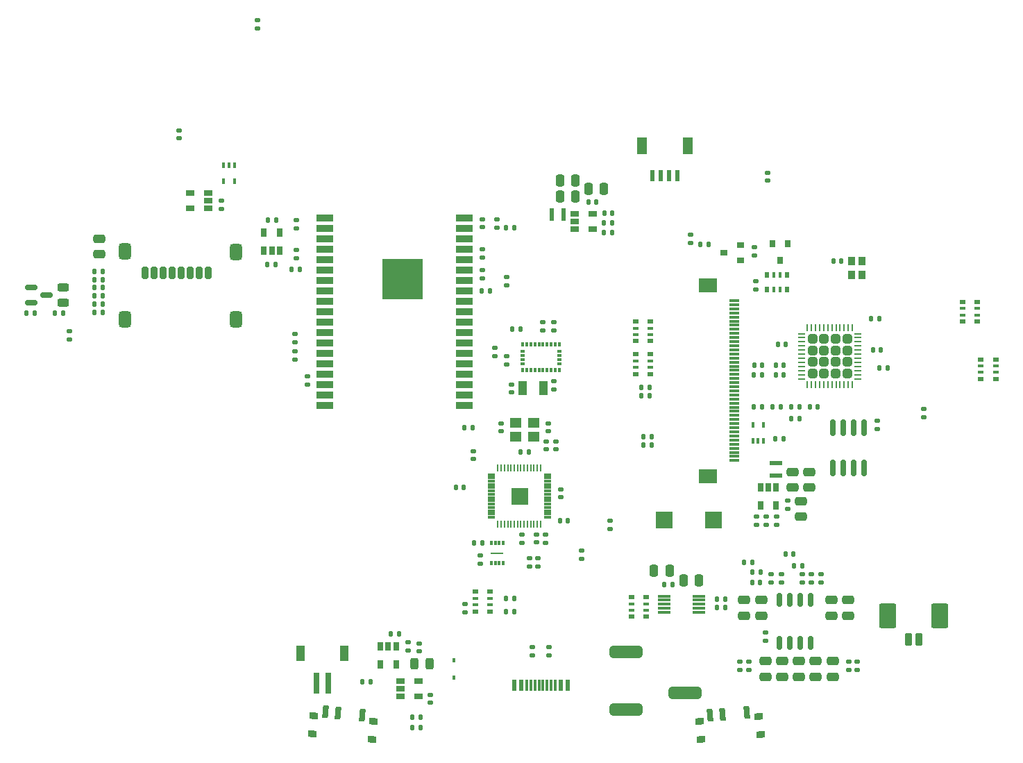
<source format=gbp>
G04 #@! TF.GenerationSoftware,KiCad,Pcbnew,(6.0.4)*
G04 #@! TF.CreationDate,2022-04-24T21:12:33+02:00*
G04 #@! TF.ProjectId,mch2022,6d636832-3032-4322-9e6b-696361645f70,Final*
G04 #@! TF.SameCoordinates,Original*
G04 #@! TF.FileFunction,Paste,Bot*
G04 #@! TF.FilePolarity,Positive*
%FSLAX46Y46*%
G04 Gerber Fmt 4.6, Leading zero omitted, Abs format (unit mm)*
G04 Created by KiCad (PCBNEW (6.0.4)) date 2022-04-24 21:12:33*
%MOMM*%
%LPD*%
G01*
G04 APERTURE LIST*
G04 Aperture macros list*
%AMRoundRect*
0 Rectangle with rounded corners*
0 $1 Rounding radius*
0 $2 $3 $4 $5 $6 $7 $8 $9 X,Y pos of 4 corners*
0 Add a 4 corners polygon primitive as box body*
4,1,4,$2,$3,$4,$5,$6,$7,$8,$9,$2,$3,0*
0 Add four circle primitives for the rounded corners*
1,1,$1+$1,$2,$3*
1,1,$1+$1,$4,$5*
1,1,$1+$1,$6,$7*
1,1,$1+$1,$8,$9*
0 Add four rect primitives between the rounded corners*
20,1,$1+$1,$2,$3,$4,$5,0*
20,1,$1+$1,$4,$5,$6,$7,0*
20,1,$1+$1,$6,$7,$8,$9,0*
20,1,$1+$1,$8,$9,$2,$3,0*%
%AMRotRect*
0 Rectangle, with rotation*
0 The origin of the aperture is its center*
0 $1 length*
0 $2 width*
0 $3 Rotation angle, in degrees counterclockwise*
0 Add horizontal line*
21,1,$1,$2,0,0,$3*%
G04 Aperture macros list end*
%ADD10C,0.010000*%
%ADD11RoundRect,0.135000X-0.135000X-0.185000X0.135000X-0.185000X0.135000X0.185000X-0.135000X0.185000X0*%
%ADD12RoundRect,0.140000X-0.140000X-0.170000X0.140000X-0.170000X0.140000X0.170000X-0.140000X0.170000X0*%
%ADD13RoundRect,0.135000X0.185000X-0.135000X0.185000X0.135000X-0.185000X0.135000X-0.185000X-0.135000X0*%
%ADD14RoundRect,0.140000X0.140000X0.170000X-0.140000X0.170000X-0.140000X-0.170000X0.140000X-0.170000X0*%
%ADD15R,0.900000X0.800000*%
%ADD16R,0.800000X0.900000*%
%ADD17R,0.800000X0.500000*%
%ADD18R,0.800000X0.400000*%
%ADD19RoundRect,0.375000X1.625000X0.375000X-1.625000X0.375000X-1.625000X-0.375000X1.625000X-0.375000X0*%
%ADD20R,1.300000X0.300000*%
%ADD21R,2.200000X1.800000*%
%ADD22RoundRect,0.135000X0.135000X0.185000X-0.135000X0.185000X-0.135000X-0.185000X0.135000X-0.185000X0*%
%ADD23R,0.400000X0.650000*%
%ADD24RoundRect,0.250000X0.315000X0.315000X-0.315000X0.315000X-0.315000X-0.315000X0.315000X-0.315000X0*%
%ADD25RoundRect,0.062500X0.375000X0.062500X-0.375000X0.062500X-0.375000X-0.062500X0.375000X-0.062500X0*%
%ADD26RoundRect,0.062500X0.062500X0.375000X-0.062500X0.375000X-0.062500X-0.375000X0.062500X-0.375000X0*%
%ADD27RoundRect,0.140000X-0.170000X0.140000X-0.170000X-0.140000X0.170000X-0.140000X0.170000X0.140000X0*%
%ADD28RoundRect,0.140000X0.170000X-0.140000X0.170000X0.140000X-0.170000X0.140000X-0.170000X-0.140000X0*%
%ADD29R,0.450000X0.600000*%
%ADD30RoundRect,0.135000X-0.185000X0.135000X-0.185000X-0.135000X0.185000X-0.135000X0.185000X0.135000X0*%
%ADD31RoundRect,0.243750X-0.243750X-0.456250X0.243750X-0.456250X0.243750X0.456250X-0.243750X0.456250X0*%
%ADD32R,1.000000X1.800000*%
%ADD33R,0.300000X0.500000*%
%ADD34R,0.500000X0.300000*%
%ADD35R,1.060000X0.650000*%
%ADD36RotRect,1.000000X0.800000X175.000000*%
%ADD37RotRect,0.700000X1.500000X175.000000*%
%ADD38R,0.650000X1.060000*%
%ADD39RoundRect,0.250000X-0.475000X0.250000X-0.475000X-0.250000X0.475000X-0.250000X0.475000X0.250000X0*%
%ADD40R,0.500000X0.800000*%
%ADD41R,0.400000X0.800000*%
%ADD42RoundRect,0.150000X0.150000X-0.825000X0.150000X0.825000X-0.150000X0.825000X-0.150000X-0.825000X0*%
%ADD43R,1.400000X1.200000*%
%ADD44RoundRect,0.250000X-0.250000X-0.475000X0.250000X-0.475000X0.250000X0.475000X-0.250000X0.475000X0*%
%ADD45RoundRect,0.021000X-0.729000X-0.129000X0.729000X-0.129000X0.729000X0.129000X-0.729000X0.129000X0*%
%ADD46RoundRect,0.137500X-0.137500X-0.662500X0.137500X-0.662500X0.137500X0.662500X-0.137500X0.662500X0*%
%ADD47RoundRect,0.250000X0.250000X0.475000X-0.250000X0.475000X-0.250000X-0.475000X0.250000X-0.475000X0*%
%ADD48RoundRect,0.137500X-0.662500X0.137500X-0.662500X-0.137500X0.662500X-0.137500X0.662500X0.137500X0*%
%ADD49RoundRect,0.250000X0.475000X-0.250000X0.475000X0.250000X-0.475000X0.250000X-0.475000X-0.250000X0*%
%ADD50RoundRect,0.200000X-0.200000X-0.550000X0.200000X-0.550000X0.200000X0.550000X-0.200000X0.550000X0*%
%ADD51RoundRect,0.375000X-0.375000X-0.625000X0.375000X-0.625000X0.375000X0.625000X-0.375000X0.625000X0*%
%ADD52RoundRect,0.006000X-0.414000X-0.094000X0.414000X-0.094000X0.414000X0.094000X-0.414000X0.094000X0*%
%ADD53RoundRect,0.020000X-0.080000X-0.400000X0.080000X-0.400000X0.080000X0.400000X-0.080000X0.400000X0*%
%ADD54R,2.000000X0.900000*%
%ADD55R,5.000000X5.000000*%
%ADD56R,0.350000X0.490000*%
%ADD57R,1.600000X0.200000*%
%ADD58R,0.900000X1.100000*%
%ADD59R,0.599440X1.348740*%
%ADD60R,1.198880X1.998980*%
%ADD61R,2.000000X2.000000*%
%ADD62R,0.700000X2.500000*%
%ADD63R,1.100000X1.900000*%
%ADD64RoundRect,0.150000X0.150000X-0.675000X0.150000X0.675000X-0.150000X0.675000X-0.150000X-0.675000X0*%
%ADD65RoundRect,0.200000X-0.200000X-0.600000X0.200000X-0.600000X0.200000X0.600000X-0.200000X0.600000X0*%
%ADD66RoundRect,0.250001X-0.799999X-1.249999X0.799999X-1.249999X0.799999X1.249999X-0.799999X1.249999X0*%
%ADD67RoundRect,0.150000X-0.587500X-0.150000X0.587500X-0.150000X0.587500X0.150000X-0.587500X0.150000X0*%
%ADD68RoundRect,0.243750X-0.456250X0.243750X-0.456250X-0.243750X0.456250X-0.243750X0.456250X0.243750X0*%
%ADD69RotRect,1.000000X0.800000X185.000000*%
%ADD70RotRect,0.700000X1.500000X185.000000*%
%ADD71R,0.600000X1.450000*%
%ADD72R,0.300000X1.450000*%
G04 APERTURE END LIST*
G36*
X-1676780Y-17865780D02*
G01*
X-3636780Y-17865780D01*
X-3636780Y-15905780D01*
X-1676780Y-15905780D01*
X-1676780Y-17865780D01*
G37*
D10*
X-1676780Y-17865780D02*
X-3636780Y-17865780D01*
X-3636780Y-15905780D01*
X-1676780Y-15905780D01*
X-1676780Y-17865780D01*
D11*
X25990000Y-2140000D03*
X27010000Y-2140000D03*
D12*
X26020000Y-975000D03*
X26980000Y-975000D03*
D13*
X46680000Y-7285000D03*
X46680000Y-6265000D03*
D14*
X29230000Y-6000000D03*
X28270000Y-6000000D03*
D15*
X24336300Y13713500D03*
X24336300Y11813500D03*
X22336300Y12763500D03*
D14*
X29888120Y1600200D03*
X28928120Y1600200D03*
D16*
X28240900Y13849860D03*
X30140900Y13849860D03*
X29190900Y11849860D03*
D17*
X11558700Y1977540D03*
D18*
X11558700Y2777540D03*
X11558700Y3577540D03*
D17*
X11558700Y4377540D03*
X13358700Y4377540D03*
D18*
X13358700Y3577540D03*
X13358700Y2777540D03*
D17*
X13358700Y1977540D03*
D11*
X41285000Y-1290000D03*
X42305000Y-1290000D03*
D17*
X11558700Y-2016460D03*
D18*
X11558700Y-1216460D03*
X11558700Y-416460D03*
D17*
X11558700Y383540D03*
X13358700Y383540D03*
D18*
X13358700Y-416460D03*
X13358700Y-1216460D03*
D17*
X13358700Y-2016460D03*
D13*
X18230000Y13965000D03*
X18230000Y14985000D03*
D19*
X17600000Y-40900000D03*
X10400000Y-42900000D03*
X10400000Y-35900000D03*
D20*
X23621040Y-12574560D03*
X23621040Y-12074560D03*
X23621040Y-11574560D03*
X23621040Y-11074560D03*
X23621040Y-10574560D03*
X23621040Y-10074560D03*
X23621040Y-9574560D03*
X23621040Y-9074560D03*
X23621040Y-8574560D03*
X23621040Y-8074560D03*
X23621040Y-7574560D03*
X23621040Y-7074560D03*
X23621040Y-6574560D03*
X23621040Y-6074560D03*
X23621040Y-5574560D03*
X23621040Y-5074560D03*
X23621040Y-4574560D03*
X23621040Y-4074560D03*
X23621040Y-3574560D03*
X23621040Y-3074560D03*
X23621040Y-2574560D03*
X23621040Y-2074560D03*
X23621040Y-1574560D03*
X23621040Y-1074560D03*
X23621040Y-574560D03*
X23621040Y-74560D03*
X23621040Y425440D03*
X23621040Y925440D03*
X23621040Y1425440D03*
X23621040Y1925440D03*
X23621040Y2425440D03*
X23621040Y2925440D03*
X23621040Y3425440D03*
X23621040Y3925440D03*
X23621040Y4425440D03*
X23621040Y4925440D03*
X23621040Y5425440D03*
X23621040Y5925440D03*
X23621040Y6425440D03*
X23621040Y6925440D03*
D21*
X20371040Y8825440D03*
X20371040Y-14474560D03*
D17*
X53198660Y6790680D03*
D18*
X53198660Y5990680D03*
X53198660Y5190680D03*
D17*
X53198660Y4390680D03*
X51398660Y4390680D03*
D18*
X51398660Y5190680D03*
X51398660Y5990680D03*
D17*
X51398660Y6790680D03*
X55470000Y-230000D03*
D18*
X55470000Y-1030000D03*
X55470000Y-1830000D03*
D17*
X55470000Y-2630000D03*
X53670000Y-2630000D03*
D18*
X53670000Y-1830000D03*
X53670000Y-1030000D03*
D17*
X53670000Y-230000D03*
D11*
X30490000Y-7500000D03*
X31510000Y-7500000D03*
D22*
X13515000Y-10650000D03*
X12495000Y-10650000D03*
D11*
X30490000Y-6000000D03*
X31510000Y-6000000D03*
X19391040Y13827760D03*
X20411040Y13827760D03*
D22*
X-6221000Y8128000D03*
X-7241000Y8128000D03*
D13*
X26031520Y12417940D03*
X26031520Y13437940D03*
D11*
X25990000Y-6000000D03*
X27010000Y-6000000D03*
D23*
X27135800Y-10139720D03*
X26485800Y-10139720D03*
X25835800Y-10139720D03*
X25835800Y-8239720D03*
X27135800Y-8239720D03*
D12*
X40291400Y4704080D03*
X41251400Y4704080D03*
D24*
X34541040Y-546560D03*
X35941040Y-1946560D03*
X37341040Y2253440D03*
X33141040Y853440D03*
X34541040Y853440D03*
X35941040Y2253440D03*
X33141040Y-546560D03*
X37341040Y-1946560D03*
X37341040Y-546560D03*
X33141040Y2253440D03*
X35941040Y853440D03*
X34541040Y-1946560D03*
X35941040Y-546560D03*
X37341040Y853440D03*
X33141040Y-1946560D03*
X34541040Y2253440D03*
D25*
X38678540Y2903440D03*
X38678540Y2403440D03*
X38678540Y1903440D03*
X38678540Y1403440D03*
X38678540Y903440D03*
X38678540Y403440D03*
X38678540Y-96560D03*
X38678540Y-596560D03*
X38678540Y-1096560D03*
X38678540Y-1596560D03*
X38678540Y-2096560D03*
X38678540Y-2596560D03*
D26*
X37991040Y-3284060D03*
X37491040Y-3284060D03*
X36991040Y-3284060D03*
X36491040Y-3284060D03*
X35991040Y-3284060D03*
X35491040Y-3284060D03*
X34991040Y-3284060D03*
X34491040Y-3284060D03*
X33991040Y-3284060D03*
X33491040Y-3284060D03*
X32991040Y-3284060D03*
X32491040Y-3284060D03*
D25*
X31803540Y-2596560D03*
X31803540Y-2096560D03*
X31803540Y-1596560D03*
X31803540Y-1096560D03*
X31803540Y-596560D03*
X31803540Y-96560D03*
X31803540Y403440D03*
X31803540Y903440D03*
X31803540Y1403440D03*
X31803540Y1903440D03*
X31803540Y2403440D03*
X31803540Y2903440D03*
D26*
X32491040Y3590940D03*
X32991040Y3590940D03*
X33491040Y3590940D03*
X33991040Y3590940D03*
X34491040Y3590940D03*
X34991040Y3590940D03*
X35491040Y3590940D03*
X35991040Y3590940D03*
X36491040Y3590940D03*
X36991040Y3590940D03*
X37491040Y3590940D03*
X37991040Y3590940D03*
D14*
X29580000Y-975000D03*
X28620000Y-975000D03*
D27*
X-4168140Y117820D03*
X-4168140Y-842180D03*
D14*
X-2520000Y3500000D03*
X-3480000Y3500000D03*
D28*
X-3590000Y-4275000D03*
X-3590000Y-3315000D03*
X1597720Y-3893620D03*
X1597720Y-2933620D03*
D27*
X27620000Y22520000D03*
X27620000Y21560000D03*
D29*
X-10650000Y-36923000D03*
X-10650000Y-39023000D03*
D22*
X-32300000Y16740000D03*
X-33320000Y16740000D03*
D30*
X-16200000Y-34705000D03*
X-16200000Y-35725000D03*
X210000Y4315000D03*
X210000Y3295000D03*
D13*
X-5600000Y145000D03*
X-5600000Y1165000D03*
D30*
X1560000Y4320000D03*
X1560000Y3300000D03*
D23*
X-38716980Y23429000D03*
X-38066980Y23429000D03*
X-37416980Y23429000D03*
X-37416980Y21529000D03*
X-38716980Y21529000D03*
D12*
X-4245000Y15840000D03*
X-3285000Y15840000D03*
D31*
X-15485000Y-37320000D03*
X-13610000Y-37320000D03*
D32*
X270000Y-3700640D03*
X-2230000Y-3700640D03*
D33*
X-2250000Y-1562500D03*
D34*
X-2262500Y-750000D03*
X-2262500Y-250000D03*
X-2262500Y250000D03*
X-2262500Y750000D03*
D33*
X-2250000Y1562500D03*
X-1750000Y1562500D03*
X-1250000Y1562500D03*
X-750000Y1562500D03*
X-250000Y1562500D03*
X250000Y1562500D03*
X750000Y1562500D03*
X1250000Y1562500D03*
X1750000Y1562500D03*
X2250000Y1562500D03*
D34*
X2262500Y750000D03*
X2262500Y250000D03*
X2262500Y-250000D03*
X2262500Y-750000D03*
D33*
X2250000Y-1562500D03*
X1750000Y-1562500D03*
X1250000Y-1562500D03*
X750000Y-1562500D03*
X250000Y-1562500D03*
X-250000Y-1562500D03*
X-750000Y-1562500D03*
X-1250000Y-1562500D03*
X-1750000Y-1562500D03*
D30*
X-5394720Y16842200D03*
X-5394720Y15822200D03*
X-4200000Y9835000D03*
X-4200000Y8815000D03*
D28*
X-7121920Y15877600D03*
X-7121920Y16837600D03*
D30*
X-7187960Y13235400D03*
X-7187960Y12215400D03*
D11*
X-30445000Y10755000D03*
X-29425000Y10755000D03*
D28*
X-29880320Y15776000D03*
X-29880320Y16736000D03*
D13*
X-30009720Y-248400D03*
X-30009720Y771600D03*
D30*
X-28510520Y-2291600D03*
X-28510520Y-3311600D03*
X-29880320Y13133800D03*
X-29880320Y12113800D03*
D35*
X-17150000Y-41370000D03*
X-17150000Y-40420000D03*
X-17150000Y-39470000D03*
X-14950000Y-39470000D03*
X-14950000Y-41370000D03*
D11*
X-15710000Y-43850000D03*
X-14690000Y-43850000D03*
D36*
X-27698129Y-43735850D03*
X-27890743Y-45937440D03*
X-20618522Y-46573677D03*
X-20425908Y-44372087D03*
D37*
X-21763929Y-43602542D03*
X-24752513Y-43341075D03*
X-26246805Y-43210341D03*
D27*
X-14880000Y-34865000D03*
X-14880000Y-35825000D03*
D38*
X-31896860Y13061800D03*
X-32846860Y13061800D03*
X-33796860Y13061800D03*
X-33796860Y15261800D03*
X-31896860Y15261800D03*
D22*
X-32413060Y11329700D03*
X-33433060Y11329700D03*
D39*
X-53868320Y14462800D03*
X-53868320Y12562800D03*
D11*
X12263520Y-3637280D03*
X13283520Y-3637280D03*
D13*
X-38950900Y18141220D03*
X-38950900Y19161220D03*
D30*
X1016000Y-35304000D03*
X1016000Y-36324000D03*
D28*
X-44150000Y26750000D03*
X-44150000Y27710000D03*
D30*
X-1016000Y-35304000D03*
X-1016000Y-36324000D03*
X26220420Y9267920D03*
X26220420Y8247920D03*
D14*
X33730000Y-6000000D03*
X32770000Y-6000000D03*
D40*
X29990900Y8271940D03*
D41*
X29190900Y8271940D03*
X28390900Y8271940D03*
D40*
X27590900Y8271940D03*
X27590900Y10071940D03*
D41*
X28390900Y10071940D03*
X29190900Y10071940D03*
D40*
X29990900Y10071940D03*
D14*
X29580000Y-2140000D03*
X28620000Y-2140000D03*
D42*
X39405000Y-13475000D03*
X38135000Y-13475000D03*
X36865000Y-13475000D03*
X35595000Y-13475000D03*
X35595000Y-8525000D03*
X36865000Y-8525000D03*
X38135000Y-8525000D03*
X39405000Y-8525000D03*
D30*
X41000000Y-7740000D03*
X41000000Y-8760000D03*
D13*
X8390000Y-20935000D03*
X8390000Y-19915000D03*
D28*
X31877200Y-27406000D03*
X31877200Y-26446000D03*
X850000Y-8985000D03*
X850000Y-8025000D03*
D43*
X-3120000Y-7980000D03*
X-920000Y-7980000D03*
X-920000Y-9680000D03*
X-3120000Y-9680000D03*
D27*
X-4900000Y-8060000D03*
X-4900000Y-9020000D03*
D28*
X-7366000Y-25118000D03*
X-7366000Y-24158000D03*
D14*
X-9426000Y-15875000D03*
X-10386000Y-15875000D03*
D13*
X4968240Y-24579040D03*
X4968240Y-23559040D03*
D44*
X13782000Y-26035000D03*
X15682000Y-26035000D03*
D12*
X15070000Y-27686000D03*
X16030000Y-27686000D03*
X21491000Y-30480000D03*
X22451000Y-30480000D03*
D45*
X15040000Y-31099000D03*
X15040000Y-30599000D03*
X15040000Y-30099000D03*
X15040000Y-29599000D03*
X15040000Y-29099000D03*
X19250000Y-29099000D03*
X19250000Y-29599000D03*
X19250000Y-30099000D03*
X19250000Y-30599000D03*
X19250000Y-31099000D03*
D12*
X21491000Y-29464000D03*
X22451000Y-29464000D03*
D13*
X27507200Y-20410000D03*
X27507200Y-19390000D03*
D28*
X28707200Y-20380000D03*
X28707200Y-19420000D03*
D30*
X26307200Y-19390000D03*
X26307200Y-20410000D03*
D35*
X-40631900Y20091560D03*
X-40631900Y19141560D03*
X-40631900Y18191560D03*
X-42831900Y18191560D03*
X-42831900Y20091560D03*
D22*
X8710000Y16390100D03*
X7690000Y16390100D03*
D46*
X1275000Y17455000D03*
X2725000Y17455000D03*
D14*
X8680000Y17590100D03*
X7720000Y17590100D03*
X6727980Y18930000D03*
X5767980Y18930000D03*
D44*
X2297980Y21590100D03*
X4197980Y21590100D03*
D47*
X7662500Y20574000D03*
X5762500Y20574000D03*
D44*
X2297980Y19590100D03*
X4197980Y19590100D03*
D11*
X7690000Y15190100D03*
X8710000Y15190100D03*
D35*
X4147980Y15640100D03*
X4147980Y16590100D03*
X4147980Y17540100D03*
X6347980Y17540100D03*
X6347980Y15640100D03*
D11*
X-9379620Y-8550000D03*
X-8359620Y-8550000D03*
D38*
X-19590000Y-35210000D03*
X-18640000Y-35210000D03*
X-17690000Y-35210000D03*
X-17690000Y-37410000D03*
X-19590000Y-37410000D03*
D11*
X-18315000Y-33710000D03*
X-17295000Y-33710000D03*
D22*
X-20741620Y-39542580D03*
X-21761620Y-39542580D03*
D30*
X-30000000Y2875000D03*
X-30000000Y1855000D03*
D27*
X-34544000Y41120000D03*
X-34544000Y40160000D03*
D12*
X40520000Y903440D03*
X41480000Y903440D03*
D47*
X19261500Y-27178000D03*
X17361500Y-27178000D03*
D39*
X30707200Y-13955360D03*
X30707200Y-15855360D03*
D38*
X26757200Y-15805360D03*
X27707200Y-15805360D03*
X28657200Y-15805360D03*
X28657200Y-18005360D03*
X26757200Y-18005360D03*
D48*
X28625000Y-12920000D03*
X28625000Y-14370000D03*
D49*
X31750000Y-19407500D03*
X31750000Y-17507500D03*
D39*
X32707200Y-13955360D03*
X32707200Y-15855360D03*
D28*
X30075000Y-18440000D03*
X30075000Y-17480000D03*
X-13462000Y-42090000D03*
X-13462000Y-41130000D03*
D50*
X-40636860Y10337140D03*
X-41736860Y10337140D03*
X-42836860Y10337140D03*
X-43936860Y10337140D03*
X-45036860Y10337140D03*
X-46136860Y10337140D03*
X-47236860Y10337140D03*
X-48336860Y10337140D03*
D51*
X-37186860Y12887140D03*
X-50786860Y4637140D03*
X-50786860Y12937140D03*
X-37186860Y4637140D03*
D11*
X-54510000Y10500000D03*
X-53490000Y10500000D03*
X-54510000Y9500000D03*
X-53490000Y9500000D03*
X-54510000Y8500000D03*
X-53490000Y8500000D03*
X-54510000Y7500000D03*
X-53490000Y7500000D03*
X-54510000Y6500000D03*
X-53490000Y6500000D03*
X-54510000Y5500000D03*
X-53490000Y5500000D03*
D13*
X-381000Y-25529000D03*
X-381000Y-24509000D03*
D30*
X-1397000Y-24509000D03*
X-1397000Y-25529000D03*
D27*
X-563820Y-21610240D03*
X-563820Y-22570240D03*
X-2286000Y-21620460D03*
X-2286000Y-22580460D03*
D12*
X2314060Y-19936320D03*
X3274060Y-19936320D03*
D27*
X2395280Y-16093360D03*
X2395280Y-17053360D03*
X528380Y-21622940D03*
X528380Y-22582940D03*
D28*
X678180Y-11224200D03*
X678180Y-10264200D03*
D22*
X-7110000Y-22606000D03*
X-8130000Y-22606000D03*
D52*
X-6091780Y-19485780D03*
X-6091780Y-19085780D03*
X-6091780Y-18685780D03*
X-6091780Y-18285780D03*
X-6091780Y-17885780D03*
X-6091780Y-17485780D03*
X-6091780Y-17085780D03*
X-6091780Y-16685780D03*
X-6091780Y-16285780D03*
X-6091780Y-15885780D03*
X-6091780Y-15485780D03*
X-6091780Y-15085780D03*
X-6091780Y-14685780D03*
X-6091780Y-14285780D03*
D53*
X-5256780Y-13450780D03*
X-4856780Y-13450780D03*
X-4456780Y-13450780D03*
X-4056780Y-13450780D03*
X-3656780Y-13450780D03*
X-3256780Y-13450780D03*
X-2856780Y-13450780D03*
X-2456780Y-13450780D03*
X-2056780Y-13450780D03*
X-1656780Y-13450780D03*
X-1256780Y-13450780D03*
X-856780Y-13450780D03*
X-456780Y-13450780D03*
X-56780Y-13450780D03*
D52*
X778220Y-14285780D03*
X778220Y-14685780D03*
X778220Y-15085780D03*
X778220Y-15485780D03*
X778220Y-15885780D03*
X778220Y-16285780D03*
X778220Y-16685780D03*
X778220Y-17085780D03*
X778220Y-17485780D03*
X778220Y-17885780D03*
X778220Y-18285780D03*
X778220Y-18685780D03*
X778220Y-19085780D03*
X778220Y-19485780D03*
D53*
X-56780Y-20320780D03*
X-456780Y-20320780D03*
X-856780Y-20320780D03*
X-1256780Y-20320780D03*
X-1656780Y-20320780D03*
X-2056780Y-20320780D03*
X-2456780Y-20320780D03*
X-2856780Y-20320780D03*
X-3256780Y-20320780D03*
X-3656780Y-20320780D03*
X-4056780Y-20320780D03*
X-4456780Y-20320780D03*
X-4856780Y-20320780D03*
X-5256780Y-20320780D03*
D54*
X-9378920Y17020000D03*
X-9378920Y15750000D03*
X-9378920Y14480000D03*
X-9378920Y13210000D03*
X-9378920Y11940000D03*
X-9378920Y10670000D03*
X-9378920Y9400000D03*
X-9378920Y8130000D03*
X-9378920Y6860000D03*
X-9378920Y5590000D03*
X-9378920Y4320000D03*
X-9378920Y3050000D03*
X-9378920Y1780000D03*
X-9378920Y510000D03*
X-9378920Y-735000D03*
X-9378920Y-2005000D03*
X-9378920Y-3275000D03*
X-9378920Y-4545000D03*
X-9378920Y-5815000D03*
X-26378920Y-5815000D03*
X-26378920Y-4545000D03*
X-26378920Y-3275000D03*
X-26378920Y-2005000D03*
X-26378920Y-735000D03*
X-26378920Y510000D03*
X-26378920Y1780000D03*
X-26378920Y3050000D03*
X-26378920Y4320000D03*
X-26378920Y5590000D03*
X-26378920Y6860000D03*
X-26378920Y8130000D03*
X-26378920Y9400000D03*
X-26378920Y10670000D03*
X-26378920Y11940000D03*
X-26378920Y13210000D03*
X-26378920Y14480000D03*
X-26378920Y15750000D03*
X-26378920Y17020000D03*
D55*
X-16878920Y9520000D03*
D56*
X-6084000Y-22656000D03*
X-5584000Y-22656000D03*
X-5084000Y-22656000D03*
X-4584000Y-22656000D03*
X-4584000Y-25096000D03*
X-5084000Y-25096000D03*
X-5584000Y-25096000D03*
X-6084000Y-25096000D03*
D57*
X-5334000Y-23876000D03*
D28*
X-8277860Y-12374820D03*
X-8277860Y-11414820D03*
D14*
X36634360Y11785600D03*
X35674360Y11785600D03*
D58*
X39197040Y11784700D03*
X39197040Y10084700D03*
X37897040Y10084700D03*
X37897040Y11784700D03*
D28*
X1846580Y-11219120D03*
X1846580Y-10259120D03*
D22*
X-1499140Y-11536680D03*
X-2519140Y-11536680D03*
X-14690000Y-45100000D03*
X-15710000Y-45100000D03*
X-58303500Y5390000D03*
X-59323500Y5390000D03*
D49*
X27432000Y-38950000D03*
X27432000Y-37050000D03*
D30*
X34163000Y-26414000D03*
X34163000Y-27434000D03*
D59*
X13614400Y22150000D03*
X14615160Y22150000D03*
X15610840Y22150000D03*
X16611600Y22150000D03*
D60*
X12313920Y25822840D03*
X17912080Y25822840D03*
D61*
X21034000Y-19812000D03*
X15034000Y-19812000D03*
D30*
X33020000Y-26414000D03*
X33020000Y-27434000D03*
D13*
X38608000Y-38102000D03*
X38608000Y-37082000D03*
D49*
X37490400Y-31480800D03*
X37490400Y-29580800D03*
D17*
X-8023000Y-30975000D03*
D18*
X-8023000Y-30175000D03*
X-8023000Y-29375000D03*
D17*
X-8023000Y-28575000D03*
X-6223000Y-28575000D03*
D18*
X-6223000Y-29375000D03*
X-6223000Y-30175000D03*
D17*
X-6223000Y-30975000D03*
D62*
X-27420000Y-39683500D03*
X-25920000Y-39683500D03*
D63*
X-23970000Y-36083500D03*
X-29370000Y-36083500D03*
D11*
X30859000Y-25400000D03*
X31879000Y-25400000D03*
X12263520Y-4699000D03*
X13283520Y-4699000D03*
D49*
X33528000Y-38950000D03*
X33528000Y-37050000D03*
D22*
X13515000Y-9652000D03*
X12495000Y-9652000D03*
D12*
X-4253000Y-30975000D03*
X-3293000Y-30975000D03*
X24793000Y-25019000D03*
X25753000Y-25019000D03*
D64*
X32893000Y-34832200D03*
X31623000Y-34832200D03*
X30353000Y-34832200D03*
X29083000Y-34832200D03*
X29083000Y-29582200D03*
X30353000Y-29582200D03*
X31623000Y-29582200D03*
X32893000Y-29582200D03*
D49*
X31496000Y-38950000D03*
X31496000Y-37050000D03*
D30*
X28067000Y-26414000D03*
X28067000Y-27434000D03*
D12*
X-4253000Y-29375000D03*
X-3293000Y-29375000D03*
D27*
X37550000Y-37112000D03*
X37550000Y-38072000D03*
D13*
X-57531000Y2155000D03*
X-57531000Y3175000D03*
D39*
X35600000Y-37050000D03*
X35600000Y-38950000D03*
D17*
X12819890Y-29230000D03*
D18*
X12819890Y-30030000D03*
X12819890Y-30830000D03*
D17*
X12819890Y-31630000D03*
X11019890Y-31630000D03*
D18*
X11019890Y-30830000D03*
X11019890Y-30030000D03*
D17*
X11019890Y-29230000D03*
D30*
X29337000Y-26414000D03*
X29337000Y-27434000D03*
D28*
X-9271000Y-31055000D03*
X-9271000Y-30095000D03*
D12*
X25779000Y-27432000D03*
X26739000Y-27432000D03*
D65*
X44841000Y-34400000D03*
X46091000Y-34400000D03*
D66*
X42291000Y-31500000D03*
X48641000Y-31500000D03*
D67*
X-62200000Y6670000D03*
X-62200000Y8570000D03*
X-60325000Y7620000D03*
D28*
X27432000Y-34516000D03*
X27432000Y-33556000D03*
D13*
X25400000Y-38102000D03*
X25400000Y-37082000D03*
D22*
X29593000Y-9906000D03*
X28573000Y-9906000D03*
D68*
X-58262500Y8557500D03*
X-58262500Y6682500D03*
D11*
X25779000Y-26162000D03*
X26799000Y-26162000D03*
D22*
X-61732500Y5390000D03*
X-62752500Y5390000D03*
D39*
X29464000Y-37050000D03*
X29464000Y-38950000D03*
D49*
X35458400Y-31480800D03*
X35458400Y-29580800D03*
D27*
X24300000Y-37112000D03*
X24300000Y-38072000D03*
D14*
X30805000Y-24003000D03*
X29845000Y-24003000D03*
D13*
X-7112000Y9650000D03*
X-7112000Y10670000D03*
D69*
X19505911Y-46601324D03*
X26778132Y-45965087D03*
X26585518Y-43763497D03*
X19313297Y-44399734D03*
D70*
X25134194Y-43237988D03*
X22145610Y-43499455D03*
X20651318Y-43630189D03*
D49*
X24765000Y-31480800D03*
X24765000Y-29580800D03*
D71*
X3250000Y-39955000D03*
X2450000Y-39955000D03*
D72*
X1250000Y-39955000D03*
X250000Y-39955000D03*
X-250000Y-39955000D03*
X-1250000Y-39955000D03*
D71*
X-2450000Y-39955000D03*
X-3250000Y-39955000D03*
X-3250000Y-39955000D03*
X-2450000Y-39955000D03*
D72*
X-1750000Y-39955000D03*
X-750000Y-39955000D03*
X750000Y-39955000D03*
X1750000Y-39955000D03*
D71*
X2450000Y-39955000D03*
X3250000Y-39955000D03*
D49*
X26924000Y-31496000D03*
X26924000Y-29596000D03*
M02*

</source>
